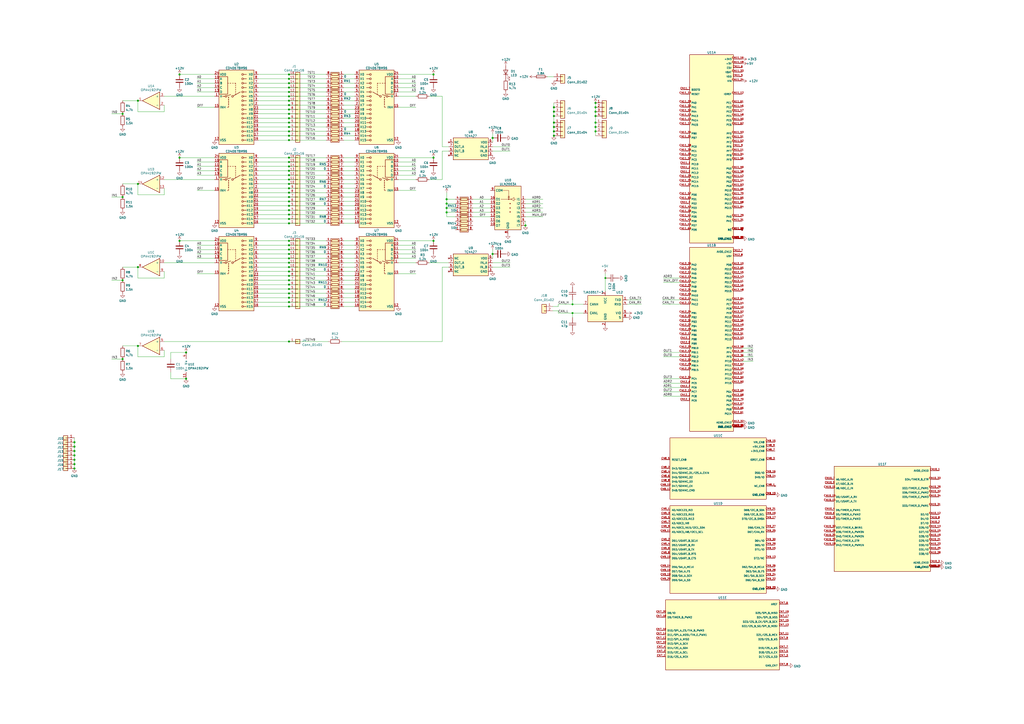
<source format=kicad_sch>
(kicad_sch (version 20211123) (generator eeschema)
  (paper "A2")
  (junction (at 167.64 93.98) (diameter 1.016))
  (junction (at 43.18 259.08) (diameter 1.016))
  (junction (at 167.64 104.14) (diameter 1.016))
  (junction (at 167.64 160.02) (diameter 1.016))
  (junction (at 167.64 99.06) (diameter 1.016))
  (junction (at 167.64 175.26) (diameter 1.016))
  (junction (at 104.14 91.44) (diameter 1.016))
  (junction (at 71.12 162.56) (diameter 1.016))
  (junction (at 321.31 76.2) (diameter 1.016))
  (junction (at 345.44 62.23) (diameter 1.016))
  (junction (at 167.64 76.2) (diameter 1.016))
  (junction (at 167.64 109.22) (diameter 1.016))
  (junction (at 345.44 76.2) (diameter 1.016))
  (junction (at 80.01 154.94) (diameter 1.016))
  (junction (at 167.64 149.86) (diameter 1.016))
  (junction (at 43.18 261.62) (diameter 1.016))
  (junction (at 345.44 73.66) (diameter 1.016))
  (junction (at 167.64 127) (diameter 1.016))
  (junction (at 167.64 129.54) (diameter 1.016))
  (junction (at 321.31 73.66) (diameter 1.016))
  (junction (at 285.75 80.01) (diameter 1.016))
  (junction (at 321.31 78.74) (diameter 1.016))
  (junction (at 259.08 118.11) (diameter 1.016))
  (junction (at 167.64 142.24) (diameter 1.016))
  (junction (at 167.64 198.12) (diameter 1.016))
  (junction (at 167.64 157.48) (diameter 1.016))
  (junction (at 167.64 60.96) (diameter 1.016))
  (junction (at 167.64 154.94) (diameter 1.016))
  (junction (at 167.64 121.92) (diameter 1.016))
  (junction (at 259.08 115.57) (diameter 1.016))
  (junction (at 71.12 114.3) (diameter 1.016))
  (junction (at 167.64 81.28) (diameter 1.016))
  (junction (at 332.105 176.53))
  (junction (at 80.01 106.68) (diameter 1.016))
  (junction (at 167.64 124.46) (diameter 1.016))
  (junction (at 104.14 43.18) (diameter 1.016))
  (junction (at 167.64 55.88) (diameter 1.016))
  (junction (at 167.64 147.32) (diameter 1.016))
  (junction (at 251.46 91.44) (diameter 1.016))
  (junction (at 43.18 269.24) (diameter 1.016))
  (junction (at 167.64 71.12) (diameter 1.016))
  (junction (at 167.64 91.44) (diameter 1.016))
  (junction (at 167.64 73.66) (diameter 1.016))
  (junction (at 107.95 219.71) (diameter 1.016))
  (junction (at 304.8 130.81) (diameter 1.016))
  (junction (at 43.18 266.7) (diameter 1.016))
  (junction (at 167.64 114.3) (diameter 1.016))
  (junction (at 251.46 139.7) (diameter 1.016))
  (junction (at 167.64 177.8) (diameter 1.016))
  (junction (at 43.18 271.78) (diameter 1.016))
  (junction (at 345.44 59.69) (diameter 1.016))
  (junction (at 71.12 208.28) (diameter 1.016))
  (junction (at 321.31 71.12) (diameter 1.016))
  (junction (at 167.64 63.5) (diameter 1.016))
  (junction (at 167.64 50.8) (diameter 1.016))
  (junction (at 167.64 45.72) (diameter 1.016))
  (junction (at 345.44 64.77) (diameter 1.016))
  (junction (at 321.31 62.23) (diameter 1.016))
  (junction (at 167.64 119.38) (diameter 1.016))
  (junction (at 167.64 101.6) (diameter 1.016))
  (junction (at 321.31 64.77) (diameter 1.016))
  (junction (at 285.75 147.32) (diameter 1.016))
  (junction (at 107.95 204.47) (diameter 1.016))
  (junction (at 167.64 53.34) (diameter 1.016))
  (junction (at 167.64 111.76) (diameter 1.016))
  (junction (at 259.08 120.65) (diameter 1.016))
  (junction (at 167.64 58.42) (diameter 1.016))
  (junction (at 345.44 71.12) (diameter 1.016))
  (junction (at 167.64 96.52) (diameter 1.016))
  (junction (at 167.64 167.64) (diameter 1.016))
  (junction (at 345.44 67.31) (diameter 1.016))
  (junction (at 167.64 152.4) (diameter 1.016))
  (junction (at 43.18 256.54) (diameter 1.016))
  (junction (at 167.64 116.84) (diameter 1.016))
  (junction (at 167.64 106.68) (diameter 1.016))
  (junction (at 71.12 66.04) (diameter 1.016))
  (junction (at 251.46 43.18) (diameter 1.016))
  (junction (at 80.01 58.42) (diameter 1.016))
  (junction (at 321.31 67.31) (diameter 1.016))
  (junction (at 80.01 200.66) (diameter 1.016))
  (junction (at 167.64 68.58) (diameter 1.016))
  (junction (at 167.64 66.04) (diameter 1.016))
  (junction (at 167.64 43.18) (diameter 1.016))
  (junction (at 332.105 181.61))
  (junction (at 259.08 123.19) (diameter 1.016))
  (junction (at 351.155 161.29))
  (junction (at 43.18 264.16) (diameter 1.016))
  (junction (at 167.64 139.7) (diameter 1.016))
  (junction (at 167.64 78.74) (diameter 1.016))
  (junction (at 167.64 165.1) (diameter 1.016))
  (junction (at 167.64 172.72) (diameter 1.016))
  (junction (at 167.64 170.18) (diameter 1.016))
  (junction (at 167.64 162.56) (diameter 1.016))
  (junction (at 167.64 48.26) (diameter 1.016))
  (junction (at 167.64 144.78) (diameter 1.016))
  (junction (at 104.14 139.7) (diameter 1.016))
  (wire (pts (xy 149.86 50.8) (xy 167.64 50.8)))
  (wire (pts (xy 167.64 50.8) (xy 189.23 50.8)))
  (wire (pts (xy 199.39 50.8) (xy 205.74 50.8)))
  (wire (pts (xy 149.86 114.3) (xy 167.64 114.3)))
  (wire (pts (xy 167.64 114.3) (xy 189.23 114.3)))
  (wire (pts (xy 199.39 114.3) (xy 205.74 114.3)))
  (wire (pts (xy 99.06 204.47) (xy 107.95 204.47)))
  (wire (pts (xy 99.06 208.28) (xy 99.06 204.47)))
  (wire (pts (xy 256.54 87.63) (xy 256.54 104.14)))
  (wire (pts (xy 256.54 104.14) (xy 248.92 104.14)))
  (wire (pts (xy 260.35 87.63) (xy 256.54 87.63)))
  (wire (pts (xy 285.75 85.09) (xy 295.91 85.09)))
  (wire (pts (xy 124.46 48.26) (xy 114.3 48.26)))
  (wire (pts (xy 285.75 152.4) (xy 295.91 152.4)))
  (wire (pts (xy 231.14 99.06) (xy 241.3 99.06)))
  (wire (pts (xy 149.86 147.32) (xy 167.64 147.32)))
  (wire (pts (xy 167.64 147.32) (xy 189.23 147.32)))
  (wire (pts (xy 199.39 147.32) (xy 205.74 147.32)))
  (wire (pts (xy 231.14 96.52) (xy 241.3 96.52)))
  (wire (pts (xy 314.96 125.73) (xy 304.8 125.73)))
  (wire (pts (xy 124.46 144.78) (xy 114.3 144.78)))
  (wire (pts (xy 363.855 176.53) (xy 372.11 176.53)))
  (wire (pts (xy 332.105 176.53) (xy 338.455 176.53)))
  (wire (pts (xy 231.14 147.32) (xy 241.3 147.32)))
  (wire (pts (xy 149.86 106.68) (xy 167.64 106.68)))
  (wire (pts (xy 167.64 106.68) (xy 189.23 106.68)))
  (wire (pts (xy 199.39 106.68) (xy 205.74 106.68)))
  (wire (pts (xy 332.105 173.99) (xy 332.105 176.53)))
  (wire (pts (xy 231.14 158.75) (xy 241.3 158.75)))
  (wire (pts (xy 198.12 198.12) (xy 256.54 198.12)))
  (wire (pts (xy 256.54 154.94) (xy 260.35 154.94)))
  (wire (pts (xy 256.54 198.12) (xy 256.54 154.94)))
  (wire (pts (xy 285.75 87.63) (xy 295.91 87.63)))
  (wire (pts (xy 149.86 129.54) (xy 167.64 129.54)))
  (wire (pts (xy 167.64 129.54) (xy 189.23 129.54)))
  (wire (pts (xy 199.39 129.54) (xy 205.74 129.54)))
  (wire (pts (xy 149.86 124.46) (xy 167.64 124.46)))
  (wire (pts (xy 167.64 124.46) (xy 189.23 124.46)))
  (wire (pts (xy 199.39 124.46) (xy 205.74 124.46)))
  (wire (pts (xy 64.77 208.28) (xy 71.12 208.28)))
  (wire (pts (xy 231.14 50.8) (xy 241.3 50.8)))
  (wire (pts (xy 231.14 152.4) (xy 241.3 152.4)))
  (wire (pts (xy 284.48 123.19) (xy 274.32 123.19)))
  (wire (pts (xy 251.46 91.44) (xy 231.14 91.44)))
  (wire (pts (xy 317.5 44.45) (xy 321.31 44.45)))
  (wire (pts (xy 332.105 181.61) (xy 332.105 184.15)))
  (wire (pts (xy 124.46 149.86) (xy 114.3 149.86)))
  (wire (pts (xy 149.86 152.4) (xy 167.64 152.4)))
  (wire (pts (xy 167.64 152.4) (xy 189.23 152.4)))
  (wire (pts (xy 199.39 152.4) (xy 205.74 152.4)))
  (wire (pts (xy 149.86 167.64) (xy 167.64 167.64)))
  (wire (pts (xy 167.64 167.64) (xy 189.23 167.64)))
  (wire (pts (xy 199.39 167.64) (xy 205.74 167.64)))
  (wire (pts (xy 149.86 177.8) (xy 167.64 177.8)))
  (wire (pts (xy 167.64 177.8) (xy 189.23 177.8)))
  (wire (pts (xy 199.39 177.8) (xy 205.74 177.8)))
  (wire (pts (xy 321.31 59.69) (xy 321.31 62.23)))
  (wire (pts (xy 321.31 62.23) (xy 321.31 64.77)))
  (wire (pts (xy 321.31 64.77) (xy 321.31 67.31)))
  (wire (pts (xy 321.31 67.31) (xy 321.31 71.12)))
  (wire (pts (xy 321.31 71.12) (xy 321.31 73.66)))
  (wire (pts (xy 321.31 73.66) (xy 321.31 76.2)))
  (wire (pts (xy 321.31 76.2) (xy 321.31 78.74)))
  (wire (pts (xy 149.86 109.22) (xy 167.64 109.22)))
  (wire (pts (xy 167.64 109.22) (xy 189.23 109.22)))
  (wire (pts (xy 199.39 109.22) (xy 205.74 109.22)))
  (wire (pts (xy 372.11 173.99) (xy 363.855 173.99)))
  (wire (pts (xy 394.97 219.71) (xy 384.81 219.71)))
  (wire (pts (xy 320.675 177.8) (xy 323.85 177.8)))
  (wire (pts (xy 149.86 55.88) (xy 167.64 55.88)))
  (wire (pts (xy 167.64 55.88) (xy 189.23 55.88)))
  (wire (pts (xy 199.39 55.88) (xy 205.74 55.88)))
  (wire (pts (xy 384.175 173.99) (xy 394.97 173.99)))
  (wire (pts (xy 43.18 254) (xy 43.18 256.54)))
  (wire (pts (xy 43.18 256.54) (xy 43.18 259.08)))
  (wire (pts (xy 43.18 259.08) (xy 43.18 261.62)))
  (wire (pts (xy 43.18 261.62) (xy 43.18 264.16)))
  (wire (pts (xy 43.18 264.16) (xy 43.18 266.7)))
  (wire (pts (xy 43.18 266.7) (xy 43.18 269.24)))
  (wire (pts (xy 43.18 269.24) (xy 43.18 271.78)))
  (wire (pts (xy 124.46 50.8) (xy 114.3 50.8)))
  (wire (pts (xy 149.86 43.18) (xy 167.64 43.18)))
  (wire (pts (xy 167.64 43.18) (xy 189.23 43.18)))
  (wire (pts (xy 199.39 43.18) (xy 205.74 43.18)))
  (wire (pts (xy 149.86 53.34) (xy 167.64 53.34)))
  (wire (pts (xy 167.64 53.34) (xy 189.23 53.34)))
  (wire (pts (xy 199.39 53.34) (xy 205.74 53.34)))
  (wire (pts (xy 104.14 91.44) (xy 124.46 91.44)))
  (wire (pts (xy 285.75 77.47) (xy 285.75 80.01)))
  (wire (pts (xy 285.75 80.01) (xy 285.75 82.55)))
  (wire (pts (xy 284.48 118.11) (xy 274.32 118.11)))
  (wire (pts (xy 149.86 63.5) (xy 167.64 63.5)))
  (wire (pts (xy 167.64 63.5) (xy 189.23 63.5)))
  (wire (pts (xy 199.39 63.5) (xy 205.74 63.5)))
  (wire (pts (xy 149.86 111.76) (xy 167.64 111.76)))
  (wire (pts (xy 167.64 111.76) (xy 189.23 111.76)))
  (wire (pts (xy 199.39 111.76) (xy 205.74 111.76)))
  (wire (pts (xy 149.86 58.42) (xy 167.64 58.42)))
  (wire (pts (xy 167.64 58.42) (xy 189.23 58.42)))
  (wire (pts (xy 199.39 58.42) (xy 205.74 58.42)))
  (wire (pts (xy 251.46 139.7) (xy 231.14 139.7)))
  (wire (pts (xy 394.97 222.25) (xy 384.81 222.25)))
  (wire (pts (xy 231.14 149.86) (xy 241.3 149.86)))
  (wire (pts (xy 124.46 158.75) (xy 114.3 158.75)))
  (wire (pts (xy 149.86 60.96) (xy 167.64 60.96)))
  (wire (pts (xy 167.64 60.96) (xy 189.23 60.96)))
  (wire (pts (xy 199.39 60.96) (xy 205.74 60.96)))
  (wire (pts (xy 256.54 55.88) (xy 248.92 55.88)))
  (wire (pts (xy 256.54 85.09) (xy 256.54 55.88)))
  (wire (pts (xy 260.35 85.09) (xy 256.54 85.09)))
  (wire (pts (xy 394.97 204.47) (xy 384.81 204.47)))
  (wire (pts (xy 394.97 229.87) (xy 384.81 229.87)))
  (wire (pts (xy 149.86 175.26) (xy 167.64 175.26)))
  (wire (pts (xy 167.64 175.26) (xy 189.23 175.26)))
  (wire (pts (xy 199.39 175.26) (xy 205.74 175.26)))
  (wire (pts (xy 394.97 224.79) (xy 384.81 224.79)))
  (wire (pts (xy 124.46 62.23) (xy 114.3 62.23)))
  (wire (pts (xy 284.48 120.65) (xy 274.32 120.65)))
  (wire (pts (xy 95.25 152.4) (xy 124.46 152.4)))
  (wire (pts (xy 149.86 121.92) (xy 167.64 121.92)))
  (wire (pts (xy 167.64 121.92) (xy 189.23 121.92)))
  (wire (pts (xy 199.39 121.92) (xy 205.74 121.92)))
  (wire (pts (xy 285.75 154.94) (xy 295.91 154.94)))
  (wire (pts (xy 231.14 53.34) (xy 241.3 53.34)))
  (wire (pts (xy 314.96 120.65) (xy 304.8 120.65)))
  (wire (pts (xy 384.175 176.53) (xy 394.97 176.53)))
  (wire (pts (xy 149.86 81.28) (xy 167.64 81.28)))
  (wire (pts (xy 167.64 81.28) (xy 189.23 81.28)))
  (wire (pts (xy 199.39 81.28) (xy 205.74 81.28)))
  (wire (pts (xy 231.14 110.49) (xy 241.3 110.49)))
  (wire (pts (xy 149.86 96.52) (xy 167.64 96.52)))
  (wire (pts (xy 167.64 96.52) (xy 189.23 96.52)))
  (wire (pts (xy 199.39 96.52) (xy 205.74 96.52)))
  (wire (pts (xy 149.86 78.74) (xy 167.64 78.74)))
  (wire (pts (xy 167.64 78.74) (xy 189.23 78.74)))
  (wire (pts (xy 199.39 78.74) (xy 205.74 78.74)))
  (wire (pts (xy 124.46 142.24) (xy 114.3 142.24)))
  (wire (pts (xy 149.86 116.84) (xy 167.64 116.84)))
  (wire (pts (xy 167.64 116.84) (xy 189.23 116.84)))
  (wire (pts (xy 199.39 116.84) (xy 205.74 116.84)))
  (wire (pts (xy 95.25 55.88) (xy 124.46 55.88)))
  (wire (pts (xy 80.01 154.94) (xy 80.01 161.29)))
  (wire (pts (xy 80.01 161.29) (xy 95.25 161.29)))
  (wire (pts (xy 95.25 157.48) (xy 95.25 161.29)))
  (wire (pts (xy 436.88 207.01) (xy 430.53 207.01)))
  (wire (pts (xy 394.97 163.83) (xy 384.81 163.83)))
  (wire (pts (xy 149.86 149.86) (xy 167.64 149.86)))
  (wire (pts (xy 167.64 149.86) (xy 189.23 149.86)))
  (wire (pts (xy 199.39 149.86) (xy 205.74 149.86)))
  (wire (pts (xy 149.86 73.66) (xy 167.64 73.66)))
  (wire (pts (xy 167.64 73.66) (xy 189.23 73.66)))
  (wire (pts (xy 199.39 73.66) (xy 205.74 73.66)))
  (wire (pts (xy 436.88 209.55) (xy 430.53 209.55)))
  (wire (pts (xy 231.14 48.26) (xy 241.3 48.26)))
  (wire (pts (xy 231.14 101.6) (xy 241.3 101.6)))
  (wire (pts (xy 124.46 45.72) (xy 114.3 45.72)))
  (wire (pts (xy 149.86 93.98) (xy 167.64 93.98)))
  (wire (pts (xy 167.64 93.98) (xy 189.23 93.98)))
  (wire (pts (xy 199.39 93.98) (xy 205.74 93.98)))
  (wire (pts (xy 231.14 144.78) (xy 241.3 144.78)))
  (wire (pts (xy 284.48 115.57) (xy 274.32 115.57)))
  (wire (pts (xy 231.14 62.23) (xy 241.3 62.23)))
  (wire (pts (xy 394.97 227.33) (xy 384.81 227.33)))
  (wire (pts (xy 124.46 53.34) (xy 114.3 53.34)))
  (wire (pts (xy 259.08 111.76) (xy 259.08 115.57)))
  (wire (pts (xy 259.08 115.57) (xy 259.08 118.11)))
  (wire (pts (xy 259.08 118.11) (xy 259.08 120.65)))
  (wire (pts (xy 259.08 120.65) (xy 259.08 123.19)))
  (wire (pts (xy 259.08 123.19) (xy 259.08 125.73)))
  (wire (pts (xy 149.86 91.44) (xy 167.64 91.44)))
  (wire (pts (xy 167.64 91.44) (xy 189.23 91.44)))
  (wire (pts (xy 199.39 91.44) (xy 205.74 91.44)))
  (wire (pts (xy 394.97 207.01) (xy 384.81 207.01)))
  (wire (pts (xy 323.85 180.34) (xy 323.85 181.61)))
  (wire (pts (xy 436.88 204.47) (xy 430.53 204.47)))
  (wire (pts (xy 149.86 154.94) (xy 167.64 154.94)))
  (wire (pts (xy 167.64 154.94) (xy 189.23 154.94)))
  (wire (pts (xy 199.39 154.94) (xy 205.74 154.94)))
  (wire (pts (xy 71.12 154.94) (xy 80.01 154.94)))
  (wire (pts (xy 124.46 96.52) (xy 114.3 96.52)))
  (wire (pts (xy 71.12 58.42) (xy 80.01 58.42)))
  (wire (pts (xy 351.155 158.75) (xy 351.155 161.29)))
  (wire (pts (xy 149.86 160.02) (xy 167.64 160.02)))
  (wire (pts (xy 167.64 160.02) (xy 189.23 160.02)))
  (wire (pts (xy 199.39 160.02) (xy 205.74 160.02)))
  (wire (pts (xy 259.08 125.73) (xy 264.16 125.73)))
  (wire (pts (xy 231.14 55.88) (xy 241.3 55.88)))
  (wire (pts (xy 149.86 71.12) (xy 167.64 71.12)))
  (wire (pts (xy 167.64 71.12) (xy 189.23 71.12)))
  (wire (pts (xy 199.39 71.12) (xy 205.74 71.12)))
  (wire (pts (xy 351.155 161.29) (xy 351.155 168.91)))
  (wire (pts (xy 104.14 139.7) (xy 124.46 139.7)))
  (wire (pts (xy 149.86 99.06) (xy 167.64 99.06)))
  (wire (pts (xy 167.64 99.06) (xy 189.23 99.06)))
  (wire (pts (xy 199.39 99.06) (xy 205.74 99.06)))
  (wire (pts (xy 323.85 181.61) (xy 332.105 181.61)))
  (wire (pts (xy 149.86 76.2) (xy 167.64 76.2)))
  (wire (pts (xy 167.64 76.2) (xy 189.23 76.2)))
  (wire (pts (xy 199.39 76.2) (xy 205.74 76.2)))
  (wire (pts (xy 314.96 118.11) (xy 304.8 118.11)))
  (wire (pts (xy 149.86 68.58) (xy 167.64 68.58)))
  (wire (pts (xy 167.64 68.58) (xy 189.23 68.58)))
  (wire (pts (xy 199.39 68.58) (xy 205.74 68.58)))
  (wire (pts (xy 149.86 104.14) (xy 167.64 104.14)))
  (wire (pts (xy 167.64 104.14) (xy 189.23 104.14)))
  (wire (pts (xy 199.39 104.14) (xy 205.74 104.14)))
  (wire (pts (xy 149.86 48.26) (xy 167.64 48.26)))
  (wire (pts (xy 167.64 48.26) (xy 189.23 48.26)))
  (wire (pts (xy 199.39 48.26) (xy 205.74 48.26)))
  (wire (pts (xy 124.46 147.32) (xy 114.3 147.32)))
  (wire (pts (xy 231.14 45.72) (xy 241.3 45.72)))
  (wire (pts (xy 149.86 45.72) (xy 167.64 45.72)))
  (wire (pts (xy 167.64 45.72) (xy 189.23 45.72)))
  (wire (pts (xy 199.39 45.72) (xy 205.74 45.72)))
  (wire (pts (xy 259.08 118.11) (xy 264.16 118.11)))
  (wire (pts (xy 323.85 177.8) (xy 323.85 176.53)))
  (wire (pts (xy 323.85 176.53) (xy 332.105 176.53)))
  (wire (pts (xy 149.86 165.1) (xy 167.64 165.1)))
  (wire (pts (xy 167.64 165.1) (xy 189.23 165.1)))
  (wire (pts (xy 199.39 165.1) (xy 205.74 165.1)))
  (wire (pts (xy 394.97 161.29) (xy 384.81 161.29)))
  (wire (pts (xy 149.86 119.38) (xy 167.64 119.38)))
  (wire (pts (xy 167.64 119.38) (xy 189.23 119.38)))
  (wire (pts (xy 199.39 119.38) (xy 205.74 119.38)))
  (wire (pts (xy 71.12 200.66) (xy 80.01 200.66)))
  (wire (pts (xy 99.06 215.9) (xy 99.06 219.71)))
  (wire (pts (xy 99.06 219.71) (xy 107.95 219.71)))
  (wire (pts (xy 284.48 125.73) (xy 274.32 125.73)))
  (wire (pts (xy 231.14 142.24) (xy 241.3 142.24)))
  (wire (pts (xy 248.92 152.4) (xy 260.35 152.4)))
  (wire (pts (xy 149.86 170.18) (xy 167.64 170.18)))
  (wire (pts (xy 167.64 170.18) (xy 189.23 170.18)))
  (wire (pts (xy 199.39 170.18) (xy 205.74 170.18)))
  (wire (pts (xy 436.88 201.93) (xy 430.53 201.93)))
  (wire (pts (xy 259.08 115.57) (xy 264.16 115.57)))
  (wire (pts (xy 124.46 101.6) (xy 114.3 101.6)))
  (wire (pts (xy 149.86 157.48) (xy 167.64 157.48)))
  (wire (pts (xy 167.64 157.48) (xy 189.23 157.48)))
  (wire (pts (xy 199.39 157.48) (xy 205.74 157.48)))
  (wire (pts (xy 332.105 181.61) (xy 338.455 181.61)))
  (wire (pts (xy 167.64 198.12) (xy 95.25 198.12)))
  (wire (pts (xy 190.5 198.12) (xy 167.64 198.12)))
  (wire (pts (xy 95.25 104.14) (xy 124.46 104.14)))
  (wire (pts (xy 80.01 200.66) (xy 80.01 207.01)))
  (wire (pts (xy 80.01 207.01) (xy 95.25 207.01)))
  (wire (pts (xy 95.25 203.2) (xy 95.25 207.01)))
  (wire (pts (xy 259.08 123.19) (xy 264.16 123.19)))
  (wire (pts (xy 320.675 180.34) (xy 323.85 180.34)))
  (wire (pts (xy 149.86 142.24) (xy 167.64 142.24)))
  (wire (pts (xy 167.64 142.24) (xy 189.23 142.24)))
  (wire (pts (xy 199.39 142.24) (xy 205.74 142.24)))
  (wire (pts (xy 314.96 115.57) (xy 304.8 115.57)))
  (wire (pts (xy 71.12 106.68) (xy 80.01 106.68)))
  (wire (pts (xy 314.96 123.19) (xy 304.8 123.19)))
  (wire (pts (xy 251.46 43.18) (xy 231.14 43.18)))
  (wire (pts (xy 304.8 128.27) (xy 304.8 130.81)))
  (wire (pts (xy 80.01 58.42) (xy 80.01 64.77)))
  (wire (pts (xy 80.01 64.77) (xy 95.25 64.77)))
  (wire (pts (xy 95.25 64.77) (xy 95.25 60.96)))
  (wire (pts (xy 64.77 66.04) (xy 71.12 66.04)))
  (wire (pts (xy 64.77 114.3) (xy 71.12 114.3)))
  (wire (pts (xy 149.86 144.78) (xy 167.64 144.78)))
  (wire (pts (xy 167.64 144.78) (xy 189.23 144.78)))
  (wire (pts (xy 199.39 144.78) (xy 205.74 144.78)))
  (wire (pts (xy 149.86 66.04) (xy 167.64 66.04)))
  (wire (pts (xy 167.64 66.04) (xy 189.23 66.04)))
  (wire (pts (xy 199.39 66.04) (xy 205.74 66.04)))
  (wire (pts (xy 149.86 139.7) (xy 167.64 139.7)))
  (wire (pts (xy 167.64 139.7) (xy 189.23 139.7)))
  (wire (pts (xy 199.39 139.7) (xy 205.74 139.7)))
  (wire (pts (xy 149.86 101.6) (xy 167.64 101.6)))
  (wire (pts (xy 167.64 101.6) (xy 189.23 101.6)))
  (wire (pts (xy 199.39 101.6) (xy 205.74 101.6)))
  (wire (pts (xy 259.08 120.65) (xy 264.16 120.65)))
  (wire (pts (xy 149.86 162.56) (xy 167.64 162.56)))
  (wire (pts (xy 167.64 162.56) (xy 189.23 162.56)))
  (wire (pts (xy 199.39 162.56) (xy 205.74 162.56)))
  (wire (pts (xy 124.46 93.98) (xy 114.3 93.98)))
  (wire (pts (xy 149.86 172.72) (xy 167.64 172.72)))
  (wire (pts (xy 167.64 172.72) (xy 189.23 172.72)))
  (wire (pts (xy 199.39 172.72) (xy 205.74 172.72)))
  (wire (pts (xy 149.86 127) (xy 167.64 127)))
  (wire (pts (xy 167.64 127) (xy 189.23 127)))
  (wire (pts (xy 199.39 127) (xy 205.74 127)))
  (wire (pts (xy 345.44 59.69) (xy 345.44 62.23)))
  (wire (pts (xy 345.44 62.23) (xy 345.44 64.77)))
  (wire (pts (xy 345.44 64.77) (xy 345.44 67.31)))
  (wire (pts (xy 345.44 67.31) (xy 345.44 71.12)))
  (wire (pts (xy 345.44 71.12) (xy 345.44 73.66)))
  (wire (pts (xy 345.44 73.66) (xy 345.44 76.2)))
  (wire (pts (xy 345.44 76.2) (xy 345.44 78.74)))
  (wire (pts (xy 124.46 110.49) (xy 114.3 110.49)))
  (wire (pts (xy 124.46 99.06) (xy 114.3 99.06)))
  (wire (pts (xy 285.75 144.78) (xy 285.75 147.32)))
  (wire (pts (xy 285.75 147.32) (xy 285.75 149.86)))
  (wire (pts (xy 80.01 106.68) (xy 80.01 113.03)))
  (wire (pts (xy 80.01 113.03) (xy 95.25 113.03)))
  (wire (pts (xy 95.25 109.22) (xy 95.25 113.03)))
  (wire (pts (xy 231.14 104.14) (xy 241.3 104.14)))
  (wire (pts (xy 231.14 93.98) (xy 241.3 93.98)))
  (wire (pts (xy 104.14 43.18) (xy 124.46 43.18)))
  (wire (pts (xy 64.77 162.56) (xy 71.12 162.56)))
  (label "TST10" (at 182.88 66.04 180))
  (label "A1" (at 278.13 118.11 0))
  (label "TST38" (at 182.88 152.4 180))
  (label "TST46" (at 182.88 172.72 180))
  (label "TST29" (at 182.88 121.92 180))
  (label "TST21" (at 182.88 101.6 180))
  (label "TST18" (at 182.88 93.98 180))
  (label "TST6" (at 182.88 55.88 180))
  (label "CAN_TX" (at 372.11 173.99 180))
  (label "A0" (at 241.3 45.72 180))
  (label "TST35" (at 182.88 144.78 180))
  (label "IN3" (at 64.77 208.28 0))
  (label "ADR0" (at 308.61 115.57 0))
  (label "OFF" (at 114.3 62.23 0))
  (label "OUT2" (at 384.81 227.33 0))
  (label "OUT0" (at 384.81 207.01 0))
  (label "IN3" (at 436.88 209.55 180))
  (label "A0" (at 278.13 115.57 0))
  (label "ADR3" (at 384.81 161.29 0))
  (label "TST12" (at 182.88 71.12 180))
  (label "CAN_RX" (at 372.11 176.53 180))
  (label "A1" (at 114.3 96.52 0))
  (label "IN0" (at 436.88 204.47 180))
  (label "TST33" (at 182.88 139.7 180))
  (label "IN2" (at 64.77 162.56 0))
  (label "ADR1" (at 384.81 224.79 0))
  (label "IN1" (at 436.88 207.01 180))
  (label "TST7" (at 182.88 58.42 180))
  (label "A2" (at 114.3 99.06 0))
  (label "A3" (at 241.3 101.6 180))
  (label "TST23" (at 182.88 106.68 180))
  (label "A0" (at 114.3 93.98 0))
  (label "OUT2" (at 295.91 152.4 180))
  (label "A3" (at 114.3 53.34 0))
  (label "OFF" (at 241.3 110.49 180))
  (label "TST1" (at 182.88 43.18 180))
  (label "TST2" (at 182.88 45.72 180))
  (label "OFF" (at 114.3 158.75 0))
  (label "TST25" (at 182.88 111.76 180))
  (label "TST27" (at 182.88 116.84 180))
  (label "TST11" (at 182.88 68.58 180))
  (label "CAN_H" (at 323.85 176.53 0))
  (label "TST14" (at 182.88 76.2 180))
  (label "TST28" (at 182.88 119.38 180))
  (label "A3" (at 278.13 123.19 0))
  (label "A1" (at 241.3 96.52 180))
  (label "OUT1" (at 295.91 87.63 180))
  (label "TST26" (at 182.88 114.3 180))
  (label "CAN_RX" (at 384.175 173.99 0))
  (label "TST41" (at 182.88 160.02 180))
  (label "ADR0" (at 384.81 229.87 0))
  (label "A2" (at 241.3 99.06 180))
  (label "IN2" (at 436.88 201.93 180))
  (label "TST42" (at 182.88 162.56 180))
  (label "TST16" (at 182.88 81.28 180))
  (label "A2" (at 278.13 120.65 0))
  (label "OFF" (at 114.3 110.49 0))
  (label "TST30" (at 182.88 124.46 180))
  (label "ADR1" (at 308.61 118.11 0))
  (label "A3" (at 114.3 101.6 0))
  (label "TST31" (at 182.88 127 180))
  (label "TST9" (at 182.88 63.5 180))
  (label "TST48" (at 182.88 177.8 180))
  (label "A0" (at 241.3 142.24 180))
  (label "A2" (at 241.3 147.32 180))
  (label "A3" (at 241.3 149.86 180))
  (label "TST34" (at 182.88 142.24 180))
  (label "ADR2" (at 384.81 222.25 0))
  (label "TST24" (at 182.88 109.22 180))
  (label "ADR2" (at 308.61 120.65 0))
  (label "TST5" (at 182.88 53.34 180))
  (label "CAN_TX" (at 384.175 176.53 0))
  (label "TST13" (at 182.88 73.66 180))
  (label "A2" (at 114.3 147.32 0))
  (label "TST44" (at 182.88 167.64 180))
  (label "TST22" (at 182.88 104.14 180))
  (label "OFF" (at 241.3 62.23 180))
  (label "ADR3" (at 308.61 123.19 0))
  (label "TST40" (at 182.88 157.48 180))
  (label "TST20" (at 182.88 99.06 180))
  (label "A3" (at 114.3 149.86 0))
  (label "A1" (at 241.3 144.78 180))
  (label "A2" (at 241.3 50.8 180))
  (label "OFF" (at 241.3 158.75 180))
  (label "TST17" (at 182.88 91.44 180))
  (label "OUT3" (at 295.91 154.94 180))
  (label "A1" (at 114.3 48.26 0))
  (label "A0" (at 114.3 45.72 0))
  (label "A3" (at 241.3 53.34 180))
  (label "TST32" (at 182.88 129.54 180))
  (label "TST45" (at 182.88 170.18 180))
  (label "TST49" (at 182.88 198.12 180))
  (label "TST36" (at 182.88 147.32 180))
  (label "OFF" (at 278.13 125.73 0))
  (label "CAN_L" (at 323.85 181.61 0))
  (label "A0" (at 241.3 93.98 180))
  (label "TST15" (at 182.88 78.74 180))
  (label "A1" (at 114.3 144.78 0))
  (label "TST3" (at 182.88 48.26 180))
  (label "IN1" (at 64.77 114.3 0))
  (label "OUT1" (at 384.81 204.47 0))
  (label "MUX_OFF" (at 308.61 125.73 0))
  (label "TST43" (at 182.88 165.1 180))
  (label "TST4" (at 182.88 50.8 180))
  (label "MUX_OFF" (at 384.81 163.83 0))
  (label "A2" (at 114.3 50.8 0))
  (label "TST47" (at 182.88 175.26 180))
  (label "OUT3" (at 384.81 219.71 0))
  (label "TST39" (at 182.88 154.94 180))
  (label "TST8" (at 182.88 60.96 180))
  (label "OUT0" (at 295.91 85.09 180))
  (label "TST37" (at 182.88 149.86 180))
  (label "A1" (at 241.3 48.26 180))
  (label "A0" (at 114.3 142.24 0))
  (label "TST19" (at 182.88 96.52 180))
  (label "IN0" (at 64.77 66.04 0))
  (symbol (lib_id "power:GND") (at 107.95 219.71 0) (mirror y) (unit 1)
    (property "Reference" "#PWR0109" (effects hide))
    (property "Value" "GND" (at 107.95 224.0344 0))
  )
  (symbol (lib_id "Connector_Generic:Conn_01x04") (at 350.52 62.23 0) (unit 1)
    (property "Reference" "J8" (at 353.06 62.8649 0) (effects (justify left)))
    (property "Value" "Conn_01x04" (at 353.06 65.4049 0) (effects (justify left)))
    (property "Footprint" "TerminalBlock_Phoenix:TerminalBlock_Phoenix_MKDS-1,5-4-5.08_1x04_P5.08mm_Horizontal" (effects hide))
  )
  (symbol (lib_id "Device:R") (at 293.37 49.53 180) (unit 1)
    (property "Reference" "R13" (at 295.1481 48.7691 0) (effects (justify right)))
    (property "Value" "4.7k" (at 295.1481 51.0678 0) (effects (justify right)))
    (property "Footprint" "Resistor_SMD:R_0603_1608Metric" (effects hide))
    (property "LCSC" "C23162" (effects hide))
  )
  (symbol (lib_id "power:GND") (at 351.155 189.23 0) (mirror y) (unit 1)
    (property "Reference" "#PWR016" (effects hide))
    (property "Value" "GND" (effects hide))
  )
  (symbol (lib_id "Transistor_Array:ULN2003A") (at 294.64 120.65 0) (mirror y) (unit 1)
    (property "Reference" "U10" (at 294.64 104.5168 0))
    (property "Value" "ULN2003A" (at 294.64 106.8155 0))
    (property "Footprint" "Package_SO:SOIC-16_3.9x9.9mm_P1.27mm" (effects hide))
    (property "Datasheet" "http://www.ti.com/lit/ds/symlink/uln2003a.pdf" (effects hide))
    (property "LCSC" "C7512" (effects hide))
  )
  (symbol (lib_id "NUCLEO-F429ZI:NUCLEO-F429ZI") (at 483.87 270.51 0) (unit 6)
    (property "Reference" "U11" (at 511.81 269.24 0))
    (property "Value" "NUCLEO-F429ZI" (effects hide))
    (property "Footprint" "lib:MODULE_NUCLEO-F429ZI" (effects hide))
  )
  (symbol (lib_id "power:GND") (at 231.14 129.54 0) (unit 1)
    (property "Reference" "#PWR08" (effects hide))
    (property "Value" "GND" (at 231.14 133.8644 0))
  )
  (symbol (lib_id "Connector_Generic:Conn_01x01") (at 38.1 261.62 180) (unit 1)
    (property "Reference" "J13" (at 35.052 261.9968 0))
    (property "Value" "Conn_01x01" (effects hide))
    (property "Footprint" "MountingHole:MountingHole_3.2mm_M3_Pad_Via" (effects hide))
  )
  (symbol (lib_id "power:+12V") (at 345.44 59.69 0) (unit 1)
    (property "Reference" "#PWR010" (effects hide))
    (property "Value" "+12V" (at 345.44 56.1426 0))
  )
  (symbol (lib_id "Device:C") (at 104.14 143.51 180) (unit 1)
    (property "Reference" "C4" (at 107.0611 142.7491 0) (effects (justify right)))
    (property "Value" "100n" (at 107.0611 145.0478 0) (effects (justify right)))
    (property "Footprint" "Capacitor_SMD:C_0603_1608Metric" (effects hide))
    (property "LCSC" "C14663" (effects hide))
  )
  (symbol (lib_id "Device:R_Pack04") (at 194.31 93.98 270) (mirror x) (unit 1)
    (property "Reference" "RN5" (at 187.2197 95.2532 90))
    (property "Value" "0" (at 188.4258 97.8709 90))
    (property "Footprint" "Resistor_SMD:R_Array_Convex_4x0603" (effects hide))
    (property "LCSC" "C327053" (effects hide))
  )
  (symbol (lib_id "power:+12V") (at 293.37 38.1 0) (unit 1)
    (property "Reference" "#PWR0135" (effects hide))
    (property "Value" "+12V" (at 293.37 34.5526 0))
  )
  (symbol (lib_id "power:+12V") (at 104.14 139.7 0) (mirror y) (unit 1)
    (property "Reference" "#PWR0103" (effects hide))
    (property "Value" "+12V" (at 104.14 136.1526 0))
  )
  (symbol (lib_id "power:GND") (at 332.105 166.37 0) (mirror x) (unit 1)
    (property "Reference" "#PWR012" (effects hide))
    (property "Value" "GND" (effects hide))
  )
  (symbol (lib_id "power:+12V") (at 104.14 91.44 0) (mirror y) (unit 1)
    (property "Reference" "#PWR0106" (effects hide))
    (property "Value" "+12V" (at 104.14 87.8926 0))
  )
  (symbol (lib_id "power:+3.3V") (at 430.53 34.29 270) (mirror x) (unit 1)
    (property "Reference" "#PWR?" (effects hide))
    (property "Value" "+3.3V" (at 436.245 34.29 90))
  )
  (symbol (lib_id "Connector_Generic:Conn_01x02") (at 315.595 177.8 0) (mirror y) (unit 1)
    (property "Reference" "J18" (at 315.595 171.45 0))
    (property "Value" "Conn_01x02" (at 315.595 173.99 0))
    (property "Footprint" "TerminalBlock_Phoenix:TerminalBlock_Phoenix_MKDS-1,5-2-5.08_1x02_P5.08mm_Horizontal" (effects hide))
  )
  (symbol (lib_id "NUCLEO-F429ZI:NUCLEO-F429ZI") (at 388.62 254 0) (unit 3)
    (property "Reference" "U11" (at 416.56 252.73 0))
    (property "Value" "NUCLEO-F429ZI" (effects hide))
    (property "Footprint" "lib:MODULE_NUCLEO-F429ZI" (effects hide))
  )
  (symbol (lib_id "Device:R") (at 245.11 104.14 90) (unit 1)
    (property "Reference" "R2" (at 245.11 99.6908 90))
    (property "Value" "1.2k" (at 245.11 101.9895 90))
    (property "Footprint" "Resistor_SMD:R_1206_3216Metric" (effects hide))
    (property "LCSC" "C26035" (effects hide))
  )
  (symbol (lib_id "Device:R") (at 71.12 204.47 180) (unit 1)
    (property "Reference" "R6" (at 72.8981 203.7091 0) (effects (justify right)))
    (property "Value" "4.7k" (at 72.8981 206.0078 0) (effects (justify right)))
    (property "Footprint" "Resistor_SMD:R_0603_1608Metric" (effects hide))
    (property "LCSC" "C23162" (effects hide))
  )
  (symbol (lib_id "Connector_Generic:Conn_01x01") (at 38.1 271.78 180) (unit 1)
    (property "Reference" "J17" (at 35.052 272.1568 0))
    (property "Value" "Conn_01x01" (effects hide))
    (property "Footprint" "MountingHole:MountingHole_3.2mm_M3_Pad_Via" (effects hide))
  )
  (symbol (lib_id "power:GND") (at 124.46 177.8 0) (mirror y) (unit 1)
    (property "Reference" "#PWR06" (effects hide))
    (property "Value" "GND" (at 124.46 182.1244 0))
  )
  (symbol (lib_id "Device:R_Pack04") (at 269.24 118.11 270) (mirror x) (unit 1)
    (property "Reference" "RN13" (at 262.1497 119.3832 90))
    (property "Value" "10k" (at 263.3558 122.0009 90))
    (property "Footprint" "Resistor_SMD:R_Array_Convex_4x0603" (effects hide))
    (property "LCSC" "C29718" (effects hide))
  )
  (symbol (lib_id "Device:R") (at 71.12 158.75 180) (unit 1)
    (property "Reference" "R8" (at 72.8981 157.9891 0) (effects (justify right)))
    (property "Value" "4.7k" (at 72.8981 160.2878 0) (effects (justify right)))
    (property "Footprint" "Resistor_SMD:R_0603_1608Metric" (effects hide))
    (property "LCSC" "C23162" (effects hide))
  )
  (symbol (lib_id "hellen-one-common:Cap") (at 332.105 187.96 270) (mirror x) (unit 1)
    (property "Reference" "C11" (at 329.3109 186.8106 90) (effects (justify right)))
    (property "Value" "47p" (at 329.3109 189.1093 90) (effects (justify right)))
    (property "Footprint" "hellen-one-common:C0603" (effects hide))
    (property "LCSC" "C1671" (effects hide))
  )
  (symbol (lib_id "power:GND") (at 430.53 245.11 90) (unit 1)
    (property "Reference" "#PWR0116" (effects hide))
    (property "Value" "GND" (at 433.7051 245.4985 90) (effects (justify right)))
  )
  (symbol (lib_id "Device:Fuse") (at 313.69 44.45 90) (unit 1)
    (property "Reference" "F1" (at 313.69 40.2548 90))
    (property "Value" "1.8A" (at 313.69 42.5535 90))
    (property "Footprint" "Fuse:Fuse_1206_3216Metric" (effects hide))
    (property "LCSC" "C369161" (effects hide))
  )
  (symbol (lib_id "Connector_Generic:Conn_01x16") (at 172.72 63.5 0) (mirror x) (unit 1)
    (property "Reference" "J1" (at 170.688 38.4768 0))
    (property "Value" "Conn_01x16" (at 170.688 40.7755 0))
    (property "Footprint" "TerminalBlock_Phoenix:TerminalBlock_Phoenix_MKDS-1,5-16-5.08_1x16_P5.08mm_Horizontal" (effects hide))
  )
  (symbol (lib_id "power:GND") (at 251.46 147.32 0) (mirror y) (unit 1)
    (property "Reference" "#PWR0114" (effects hide))
    (property "Value" "GND" (at 251.46 151.6444 0))
  )
  (symbol (lib_id "Device:R") (at 245.11 152.4 90) (unit 1)
    (property "Reference" "R3" (at 245.11 147.9508 90))
    (property "Value" "1.2k" (at 245.11 150.2495 90))
    (property "Footprint" "Resistor_SMD:R_1206_3216Metric" (effects hide))
    (property "LCSC" "C26035" (effects hide))
  )
  (symbol (lib_id "Device:R") (at 194.31 198.12 90) (unit 1)
    (property "Reference" "R12" (at 194.31 193.6708 90))
    (property "Value" "1.2k" (at 194.31 195.9695 90))
    (property "Footprint" "Resistor_SMD:R_1206_3216Metric" (effects hide))
    (property "LCSC" "C26035" (effects hide))
  )
  (symbol (lib_id "power:+12V") (at 251.46 139.7 0) (unit 1)
    (property "Reference" "#PWR0122" (effects hide))
    (property "Value" "+12V" (at 251.46 136.1526 0))
  )
  (symbol (lib_id "power:GND") (at 231.14 81.28 0) (unit 1)
    (property "Reference" "#PWR07" (effects hide))
    (property "Value" "GND" (at 231.14 85.6044 0))
  )
  (symbol (lib_id "power:+12V") (at 104.14 43.18 0) (mirror y) (unit 1)
    (property "Reference" "#PWR0107" (effects hide))
    (property "Value" "+12V" (at 104.14 39.6326 0))
  )
  (symbol (lib_id "Connector_Generic:Conn_01x16") (at 172.72 111.76 0) (mirror x) (unit 1)
    (property "Reference" "J2" (at 170.688 86.7368 0))
    (property "Value" "Conn_01x16" (at 170.688 89.0355 0))
    (property "Footprint" "TerminalBlock_Phoenix:TerminalBlock_Phoenix_MKDS-1,5-16-5.08_1x16_P5.08mm_Horizontal" (effects hide))
  )
  (symbol (lib_id "power:+5V") (at 351.155 158.75 0) (mirror y) (unit 1)
    (property "Reference" "#PWR015" (effects hide))
    (property "Value" "+5V" (at 350.774 154.3558 0))
  )
  (symbol (lib_id "Device:C") (at 289.56 80.01 90) (unit 1)
    (property "Reference" "C8" (at 289.56 74.4178 90))
    (property "Value" "100n" (at 289.56 76.7165 90))
    (property "Footprint" "Capacitor_SMD:C_0603_1608Metric" (effects hide))
    (property "LCSC" "C14663" (effects hide))
  )
  (symbol (lib_id "NUCLEO-F429ZI:NUCLEO-F429ZI") (at 388.62 293.37 0) (unit 4)
    (property "Reference" "U11" (at 416.56 292.1 0))
    (property "Value" "NUCLEO-F429ZI" (effects hide))
    (property "Footprint" "lib:MODULE_NUCLEO-F429ZI" (effects hide))
  )
  (symbol (lib_id "power:GND") (at 449.58 287.02 90) (unit 1)
    (property "Reference" "#PWR0117" (effects hide))
    (property "Value" "GND" (at 452.7551 287.4085 90) (effects (justify right)))
  )
  (symbol (lib_id "stim_lib:CD4067BM96") (at 137.16 165.1 0) (unit 1)
    (property "Reference" "U4" (at 137.16 133.7268 0))
    (property "Value" "CD4067BM96" (at 137.16 136.0255 0))
    (property "Footprint" "Package_SO:SOIC-24W_7.5x15.4mm_P1.27mm" (effects hide))
    (property "Datasheet" "http://www.ti.com/lit/ds/symlink/cd4097b.pdf" (effects hide))
    (property "LCSC" "C6525" (effects hide))
  )
  (symbol (lib_id "Device:R_Pack04") (at 194.31 114.3 270) (mirror x) (unit 1)
    (property "Reference" "RN7" (at 187.2197 115.5732 90))
    (property "Value" "0" (at 188.4258 118.1909 90))
    (property "Footprint" "Resistor_SMD:R_Array_Convex_4x0603" (effects hide))
    (property "LCSC" "C327053" (effects hide))
  )
  (symbol (lib_id "Device:R_Pack04") (at 194.31 152.4 270) (mirror x) (unit 1)
    (property "Reference" "RN10" (at 187.2197 153.6732 90))
    (property "Value" "0" (at 188.4258 156.2909 90))
    (property "Footprint" "Resistor_SMD:R_Array_Convex_4x0603" (effects hide))
    (property "LCSC" "C327053" (effects hide))
  )
  (symbol (lib_id "power:+12V") (at 251.46 43.18 0) (unit 1)
    (property "Reference" "#PWR0132" (effects hide))
    (property "Value" "+12V" (at 251.46 39.6326 0))
  )
  (symbol (lib_id "Amplifier_Operational:OPA4197xPW") (at 110.49 212.09 0) (unit 5)
    (property "Reference" "U1" (at 108.9661 211.3291 0) (effects (justify left)))
    (property "Value" "OPA4192IPW" (at 108.9661 213.6278 0) (effects (justify left)))
    (property "Footprint" "Package_SO:TSSOP-14_4.4x5mm_P0.65mm" (effects hide))
    (property "Datasheet" "http://www.ti.com/lit/ds/symlink/opa4192.pdf" (effects hide))
  )
  (symbol (lib_id "power:GND") (at 43.18 271.78 0) (unit 1)
    (property "Reference" "#PWR013" (effects hide))
    (property "Value" "GND" (at 43.18 276.1044 0))
  )
  (symbol (lib_id "Connector_Generic:Conn_01x01") (at 38.1 266.7 180) (unit 1)
    (property "Reference" "J15" (at 35.052 267.0768 0))
    (property "Value" "Conn_01x01" (effects hide))
    (property "Footprint" "MountingHole:MountingHole_3.2mm_M3_Pad_Via" (effects hide))
  )
  (symbol (lib_id "Device:C") (at 251.46 46.99 0) (mirror x) (unit 1)
    (property "Reference" "C5" (at 248.5389 46.2291 0) (effects (justify right)))
    (property "Value" "100n" (at 248.5389 48.5278 0) (effects (justify right)))
    (property "Footprint" "Capacitor_SMD:C_0603_1608Metric" (effects hide))
    (property "LCSC" "C14663" (effects hide))
  )
  (symbol (lib_id "NUCLEO-F429ZI:NUCLEO-F429ZI") (at 386.08 347.98 0) (unit 5)
    (property "Reference" "U11" (at 419.1 346.71 0))
    (property "Value" "NUCLEO-F429ZI" (effects hide))
    (property "Footprint" "lib:MODULE_NUCLEO-F429ZI" (effects hide))
  )
  (symbol (lib_id "power:GND") (at 71.12 215.9 0) (unit 1)
    (property "Reference" "#PWR0102" (effects hide))
    (property "Value" "GND" (at 71.12 220.2244 0))
  )
  (symbol (lib_id "Device:C") (at 251.46 95.25 0) (mirror x) (unit 1)
    (property "Reference" "C6" (at 248.5389 94.4891 0) (effects (justify right)))
    (property "Value" "100n" (at 248.5389 96.7878 0) (effects (justify right)))
    (property "Footprint" "Capacitor_SMD:C_0603_1608Metric" (effects hide))
    (property "LCSC" "C14663" (effects hide))
  )
  (symbol (lib_id "power:GND") (at 358.775 161.29 90) (mirror x) (unit 1)
    (property "Reference" "#PWR017" (effects hide))
    (property "Value" "GND" (at 363.1692 161.417 0))
  )
  (symbol (lib_id "stim_lib:TC4427") (at 273.05 175.26 0) (mirror y) (unit 1)
    (property "Reference" "U9" (at 273.05 143.8868 0))
    (property "Value" "TC4427" (at 273.05 146.1855 0))
    (property "Footprint" "Package_SO:SOIC-8_3.9x4.9mm_P1.27mm" (effects hide))
    (property "Datasheet" "https://datasheet.lcsc.com/lcsc/1811150410_Microchip-Tech-TC4427AEOA713_C20551.pdf" (effects hide))
    (property "LCSC" "C20551" (effects hide))
  )
  (symbol (lib_id "power:+12V") (at 430.53 46.99 270) (unit 1)
    (property "Reference" "#PWR020" (effects hide))
    (property "Value" "+12V" (at 434.34 46.9899 90) (effects (justify left)))
  )
  (symbol (lib_id "power:GND") (at 294.64 135.89 0) (mirror y) (unit 1)
    (property "Reference" "#PWR0129" (effects hide))
    (property "Value" "GND" (at 294.64 140.2144 0))
  )
  (symbol (lib_id "Device:R_Pack04") (at 194.31 48.26 90) (mirror x) (unit 1)
    (property "Reference" "RN1" (at 201.4003 46.9868 90))
    (property "Value" "0" (at 200.1942 44.3691 90))
    (property "Footprint" "Resistor_SMD:R_Array_Convex_4x0603" (effects hide))
    (property "LCSC" "C327053" (effects hide))
  )
  (symbol (lib_id "hellen-one-common:Cap") (at 354.965 161.29 0) (mirror y) (unit 1)
    (property "Reference" "C12" (at 353.8156 164.0841 90) (effects (justify right)))
    (property "Value" "100n" (at 356.1143 164.0841 90) (effects (justify right)))
    (property "Footprint" "hellen-one-common:C0603" (effects hide))
    (property "LCSC" "C14663" (effects hide))
  )
  (symbol (lib_id "Interface_CAN_LIN:TJA1051T-3") (at 351.155 179.07 0) (mirror y) (unit 1)
    (property "Reference" "U12" (at 359.41 169.545 0))
    (property "Value" "TJA1051T-3" (at 344.17 169.545 0))
    (property "Footprint" "Package_SO:SOIC-8_3.9x4.9mm_P1.27mm" (effects hide))
    (property "Datasheet" "http://www.nxp.com/documents/data_sheet/TJA1051.pdf" (effects hide))
    (property "LCSC" "C38695" (effects hide))
  )
  (symbol (lib_id "stim_lib:CD4067BM96") (at 218.44 116.84 0) (mirror y) (unit 1)
    (property "Reference" "U6" (at 218.44 85.4668 0))
    (property "Value" "CD4067BM96" (at 218.44 87.7655 0))
    (property "Footprint" "Package_SO:SOIC-24W_7.5x15.4mm_P1.27mm" (effects hide))
    (property "Datasheet" "http://www.ti.com/lit/ds/symlink/cd4097b.pdf" (effects hide))
    (property "LCSC" "C6525" (effects hide))
  )
  (symbol (lib_id "Device:R_Pack04") (at 194.31 172.72 270) (mirror x) (unit 1)
    (property "Reference" "RN12" (at 187.2197 173.9932 90))
    (property "Value" "0" (at 188.4258 176.6109 90))
    (property "Footprint" "Resistor_SMD:R_Array_Convex_4x0603" (effects hide))
    (property "LCSC" "C327053" (effects hide))
  )
  (symbol (lib_id "power:GND") (at 285.75 157.48 0) (mirror y) (unit 1)
    (property "Reference" "#PWR0127" (effects hide))
    (property "Value" "GND" (at 285.75 161.8044 0))
  )
  (symbol (lib_id "power:GND") (at 304.8 130.81 0) (mirror y) (unit 1)
    (property "Reference" "#PWR0134" (effects hide))
    (property "Value" "GND" (at 304.8 135.1344 0))
  )
  (symbol (lib_id "Connector_Generic:Conn_01x16") (at 172.72 160.02 0) (mirror x) (unit 1)
    (property "Reference" "J3" (at 170.688 134.9968 0))
    (property "Value" "Conn_01x16" (at 170.688 137.2955 0))
    (property "Footprint" "TerminalBlock_Phoenix:TerminalBlock_Phoenix_MKDS-1,5-16-5.08_1x16_P5.08mm_Horizontal" (effects hide))
  )
  (symbol (lib_id "power:GND") (at 71.12 170.18 0) (unit 1)
    (property "Reference" "#PWR0111" (effects hide))
    (property "Value" "GND" (at 71.12 174.5044 0))
  )
  (symbol (lib_id "Device:R") (at 71.12 212.09 180) (unit 1)
    (property "Reference" "R7" (at 72.8981 211.3291 0) (effects (justify right)))
    (property "Value" "1.5k" (at 72.8981 213.6278 0) (effects (justify right)))
    (property "Footprint" "Resistor_SMD:R_0603_1608Metric" (effects hide))
    (property "LCSC" "C22843" (effects hide))
  )
  (symbol (lib_id "power:+12V") (at 309.88 44.45 90) (unit 1)
    (property "Reference" "#PWR01" (effects hide))
    (property "Value" "+12V" (at 303.7926 44.45 90))
  )
  (symbol (lib_id "power:+3.3V") (at 363.855 181.61 270) (mirror x) (unit 1)
    (property "Reference" "#PWR018" (effects hide))
    (property "Value" "+3.3V" (at 370.205 181.61 90))
  )
  (symbol (lib_id "power:GND") (at 430.53 247.65 90) (unit 1)
    (property "Reference" "#PWR0115" (effects hide))
    (property "Value" "GND" (at 433.7051 248.0385 90) (effects (justify right)))
  )
  (symbol (lib_id "power:GND") (at 104.14 147.32 0) (unit 1)
    (property "Reference" "#PWR0108" (effects hide))
    (property "Value" "GND" (at 104.14 151.6444 0))
  )
  (symbol (lib_id "stim_lib:CD4067BM96") (at 137.16 116.84 0) (unit 1)
    (property "Reference" "U3" (at 137.16 85.4668 0))
    (property "Value" "CD4067BM96" (at 137.16 87.7655 0))
    (property "Footprint" "Package_SO:SOIC-24W_7.5x15.4mm_P1.27mm" (effects hide))
    (property "Datasheet" "http://www.ti.com/lit/ds/symlink/cd4097b.pdf" (effects hide))
    (property "LCSC" "C6525" (effects hide))
  )
  (symbol (lib_id "power:GND") (at 321.31 46.99 0) (mirror y) (unit 1)
    (property "Reference" "#PWR02" (effects hide))
    (property "Value" "GND" (at 321.31 51.3144 0))
  )
  (symbol (lib_id "power:GND") (at 332.105 191.77 0) (mirror y) (unit 1)
    (property "Reference" "#PWR014" (effects hide))
    (property "Value" "GND" (effects hide))
  )
  (symbol (lib_id "Amplifier_Operational:OPA4197xPW") (at 87.63 58.42 0) (mirror y) (unit 1)
    (property "Reference" "U1" (at 87.63 49.9068 0))
    (property "Value" "OPA4192IPW" (at 87.63 52.2055 0))
    (property "Footprint" "Package_SO:TSSOP-14_4.4x5mm_P0.65mm" (effects hide))
    (property "Datasheet" "http://www.ti.com/lit/ds/symlink/opa4192.pdf" (effects hide))
    (property "LCSC" "C181634" (effects hide))
  )
  (symbol (lib_id "Connector_Generic:Conn_01x01") (at 38.1 259.08 180) (unit 1)
    (property "Reference" "J12" (at 35.052 259.4568 0))
    (property "Value" "Conn_01x01" (effects hide))
    (property "Footprint" "MountingHole:MountingHole_3.2mm_M3_Pad_Via" (effects hide))
  )
  (symbol (lib_id "Device:C") (at 99.06 212.09 180) (unit 1)
    (property "Reference" "C1" (at 101.9811 211.3291 0) (effects (justify right)))
    (property "Value" "100n" (at 101.9811 213.6278 0) (effects (justify right)))
    (property "Footprint" "Capacitor_SMD:C_0603_1608Metric" (effects hide))
    (property "LCSC" "C14663" (effects hide))
  )
  (symbol (lib_id "Device:R") (at 71.12 118.11 180) (unit 1)
    (property "Reference" "R11" (at 72.8981 117.3491 0) (effects (justify right)))
    (property "Value" "1.5k" (at 72.8981 119.6478 0) (effects (justify right)))
    (property "Footprint" "Resistor_SMD:R_0603_1608Metric" (effects hide))
    (property "LCSC" "C22843" (effects hide))
  )
  (symbol (lib_id "Device:R_Pack04") (at 194.31 68.58 90) (mirror x) (unit 1)
    (property "Reference" "RN3" (at 201.4003 67.3068 90))
    (property "Value" "0" (at 200.1942 64.6891 90))
    (property "Footprint" "Resistor_SMD:R_Array_Convex_4x0603" (effects hide))
    (property "LCSC" "C327053" (effects hide))
  )
  (symbol (lib_id "Connector_Generic:Conn_01x04") (at 350.52 73.66 0) (unit 1)
    (property "Reference" "J9" (at 353.06 74.2949 0) (effects (justify left)))
    (property "Value" "Conn_01x04" (at 353.06 76.8349 0) (effects (justify left)))
    (property "Footprint" "TerminalBlock_Phoenix:TerminalBlock_Phoenix_MKDS-1,5-4-5.08_1x04_P5.08mm_Horizontal" (effects hide))
  )
  (symbol (lib_id "hellen-one-common:Cap") (at 332.105 170.18 270) (mirror x) (unit 1)
    (property "Reference" "C10" (at 329.3109 169.0306 90) (effects (justify right)))
    (property "Value" "47p" (at 329.3109 171.3293 90) (effects (justify right)))
    (property "Footprint" "hellen-one-common:C0603" (effects hide))
    (property "LCSC" "C1671" (effects hide))
  )
  (symbol (lib_id "power:GND") (at 449.58 341.63 90) (unit 1)
    (property "Reference" "#PWR0118" (effects hide))
    (property "Value" "GND" (at 452.7551 342.0185 90) (effects (justify right)))
  )
  (symbol (lib_id "Device:R") (at 71.12 69.85 180) (unit 1)
    (property "Reference" "R5" (at 72.8981 69.0891 0) (effects (justify right)))
    (property "Value" "1.5k" (at 72.8981 71.3878 0) (effects (justify right)))
    (property "Footprint" "Resistor_SMD:R_0603_1608Metric" (effects hide))
    (property "LCSC" "C22843" (effects hide))
  )
  (symbol (lib_id "Device:C") (at 104.14 46.99 180) (unit 1)
    (property "Reference" "C2" (at 107.0611 46.2291 0) (effects (justify right)))
    (property "Value" "100n" (at 107.0611 48.5278 0) (effects (justify right)))
    (property "Footprint" "Capacitor_SMD:C_0603_1608Metric" (effects hide))
    (property "LCSC" "C14663" (effects hide))
  )
  (symbol (lib_id "power:+12V") (at 251.46 91.44 0) (unit 1)
    (property "Reference" "#PWR011" (effects hide))
    (property "Value" "+12V" (at 251.46 87.8926 0))
  )
  (symbol (lib_id "Device:R_Pack04") (at 194.31 104.14 270) (mirror x) (unit 1)
    (property "Reference" "RN6" (at 187.2197 105.4132 90))
    (property "Value" "0" (at 188.4258 108.0309 90))
    (property "Footprint" "Resistor_SMD:R_Array_Convex_4x0603" (effects hide))
    (property "LCSC" "C327053" (effects hide))
  )
  (symbol (lib_id "power:GND") (at 251.46 99.06 0) (mirror y) (unit 1)
    (property "Reference" "#PWR0113" (effects hide))
    (property "Value" "GND" (at 251.46 103.3844 0))
  )
  (symbol (lib_id "Device:R_Pack04") (at 194.31 78.74 90) (mirror x) (unit 1)
    (property "Reference" "RN4" (at 201.4003 77.4668 90))
    (property "Value" "0" (at 200.1942 74.8491 90))
    (property "Footprint" "Resistor_SMD:R_Array_Convex_4x0603" (effects hide))
    (property "LCSC" "C327053" (effects hide))
  )
  (symbol (lib_id "power:GND") (at 544.83 326.39 90) (unit 1)
    (property "Reference" "#PWR0120" (effects hide))
    (property "Value" "GND" (at 548.0051 326.7785 90) (effects (justify right)))
  )
  (symbol (lib_id "Connector_Generic:Conn_01x04") (at 326.39 62.23 0) (unit 1)
    (property "Reference" "J6" (at 328.93 62.8649 0) (effects (justify left)))
    (property "Value" "Conn_01x04" (at 328.93 65.4049 0) (effects (justify left)))
    (property "Footprint" "TerminalBlock_Phoenix:TerminalBlock_Phoenix_MKDS-1,5-4-5.08_1x04_P5.08mm_Horizontal" (effects hide))
  )
  (symbol (lib_id "power:+12V") (at 285.75 144.78 0) (unit 1)
    (property "Reference" "#PWR0128" (effects hide))
    (property "Value" "+12V" (at 285.75 141.2326 0))
  )
  (symbol (lib_id "power:+5V") (at 430.53 36.83 270) (mirror x) (unit 1)
    (property "Reference" "#PWR?" (effects hide))
    (property "Value" "+5V" (at 434.975 36.83 90))
  )
  (symbol (lib_id "power:GND") (at 293.37 53.34 0) (mirror y) (unit 1)
    (property "Reference" "#PWR0136" (effects hide))
    (property "Value" "GND" (at 293.3192 57.2834 0))
  )
  (symbol (lib_id "Device:R_Pack04") (at 194.31 142.24 270) (mirror x) (unit 1)
    (property "Reference" "RN9" (at 187.2197 143.5132 90))
    (property "Value" "0" (at 188.4258 146.1309 90))
    (property "Footprint" "Resistor_SMD:R_Array_Convex_4x0603" (effects hide))
    (property "LCSC" "C327053" (effects hide))
  )
  (symbol (lib_id "power:GND") (at 363.855 184.15 90) (mirror x) (unit 1)
    (property "Reference" "#PWR019" (effects hide))
    (property "Value" "GND" (at 367.1062 184.277 90) (effects (justify right)))
  )
  (symbol (lib_id "power:+12V") (at 107.95 204.47 0) (unit 1)
    (property "Reference" "#PWR0110" (effects hide))
    (property "Value" "+12V" (at 107.95 200.9226 0))
  )
  (symbol (lib_id "power:+12V") (at 285.75 77.47 0) (unit 1)
    (property "Reference" "#PWR0124" (effects hide))
    (property "Value" "+12V" (at 285.75 73.9226 0))
  )
  (symbol (lib_id "Connector_Generic:Conn_01x04") (at 326.39 73.66 0) (unit 1)
    (property "Reference" "J7" (at 328.93 74.2949 0) (effects (justify left)))
    (property "Value" "Conn_01x04" (at 328.93 76.8349 0) (effects (justify left)))
    (property "Footprint" "TerminalBlock_Phoenix:TerminalBlock_Phoenix_MKDS-1,5-4-5.08_1x04_P5.08mm_Horizontal" (effects hide))
  )
  (symbol (lib_id "Device:R") (at 245.11 55.88 90) (unit 1)
    (property "Reference" "R1" (at 245.11 51.4308 90))
    (property "Value" "1.2k" (at 245.11 53.7295 90))
    (property "Footprint" "Resistor_SMD:R_1206_3216Metric" (effects hide))
    (property "LCSC" "C26035" (effects hide))
  )
  (symbol (lib_id "power:GND") (at 293.37 147.32 90) (unit 1)
    (property "Reference" "#PWR0130" (effects hide))
    (property "Value" "GND" (at 296.5451 147.7085 90) (effects (justify right)))
  )
  (symbol (lib_id "NUCLEO-F429ZI:NUCLEO-F429ZI") (at 400.05 31.75 0) (unit 1)
    (property "Reference" "U11" (at 412.75 30.48 0))
    (property "Value" "NUCLEO-F429ZI" (effects hide))
    (property "Footprint" "lib:MODULE_NUCLEO-F429ZI" (effects hide))
  )
  (symbol (lib_id "stim_lib:CD4067BM96") (at 137.16 68.58 0) (unit 1)
    (property "Reference" "U2" (at 137.16 37.2068 0))
    (property "Value" "CD4067BM96" (at 137.16 39.5055 0))
    (property "Footprint" "Package_SO:SOIC-24W_7.5x15.4mm_P1.27mm" (effects hide))
    (property "Datasheet" "http://www.ti.com/lit/ds/symlink/cd4097b.pdf" (effects hide))
    (property "LCSC" "C6525" (effects hide))
  )
  (symbol (lib_id "Connector_Generic:Conn_01x01") (at 172.72 198.12 0) (unit 1)
    (property "Reference" "J4" (at 175.26 197.4849 0) (effects (justify left)))
    (property "Value" "Conn_01x01" (at 175.26 200.0249 0) (effects (justify left)))
    (property "Footprint" "Connector_Wire:SolderWire-0.75sqmm_1x01_D1.25mm_OD2.3mm" (effects hide))
  )
  (symbol (lib_id "Connector_Generic:Conn_01x01") (at 38.1 254 180) (unit 1)
    (property "Reference" "J10" (at 35.052 254.3768 0))
    (property "Value" "Conn_01x01" (effects hide))
    (property "Footprint" "MountingHole:MountingHole_3.2mm_M3_Pad_Via" (effects hide))
  )
  (symbol (lib_id "Connector_Generic:Conn_01x01") (at 38.1 264.16 180) (unit 1)
    (property "Reference" "J14" (at 35.052 264.5368 0))
    (property "Value" "Conn_01x01" (effects hide))
    (property "Footprint" "MountingHole:MountingHole_3.2mm_M3_Pad_Via" (effects hide))
  )
  (symbol (lib_id "Device:C") (at 251.46 143.51 0) (mirror x) (unit 1)
    (property "Reference" "C7" (at 248.5389 142.7491 0) (effects (justify right)))
    (property "Value" "100n" (at 248.5389 145.0478 0) (effects (justify right)))
    (property "Footprint" "Capacitor_SMD:C_0603_1608Metric" (effects hide))
    (property "LCSC" "C14663" (effects hide))
  )
  (symbol (lib_id "Amplifier_Operational:OPA4197xPW") (at 87.63 200.66 0) (mirror y) (unit 2)
    (property "Reference" "U1" (at 87.63 192.1468 0))
    (property "Value" "OPA4192IPW" (at 87.63 194.4455 0))
    (property "Footprint" "Package_SO:TSSOP-14_4.4x5mm_P0.65mm" (effects hide))
    (property "Datasheet" "http://www.ti.com/lit/ds/symlink/opa4192.pdf" (effects hide))
  )
  (symbol (lib_id "power:GND") (at 457.2 386.08 90) (unit 1)
    (property "Reference" "#PWR0119" (effects hide))
    (property "Value" "GND" (at 460.3751 386.4685 90) (effects (justify right)))
  )
  (symbol (lib_id "Device:R_Pack04") (at 269.24 128.27 270) (mirror x) (unit 1)
    (property "Reference" "RN14" (at 262.1497 129.5432 90))
    (property "Value" "10k" (at 263.3558 132.1609 90))
    (property "Footprint" "Resistor_SMD:R_Array_Convex_4x0603" (effects hide))
    (property "LCSC" "C29718" (effects hide))
  )
  (symbol (lib_id "Amplifier_Operational:OPA4197xPW") (at 87.63 154.94 0) (mirror y) (unit 3)
    (property "Reference" "U1" (at 87.63 146.4268 0))
    (property "Value" "OPA4192IPW" (at 87.63 148.7255 0))
    (property "Footprint" "Package_SO:TSSOP-14_4.4x5mm_P0.65mm" (effects hide))
    (property "Datasheet" "http://www.ti.com/lit/ds/symlink/opa4192.pdf" (effects hide))
  )
  (symbol (lib_id "power:GND") (at 293.37 80.01 90) (unit 1)
    (property "Reference" "#PWR0126" (effects hide))
    (property "Value" "GND" (at 296.5451 80.3985 90) (effects (justify right)))
  )
  (symbol (lib_id "power:GND") (at 104.14 99.06 0) (unit 1)
    (property "Reference" "#PWR0101" (effects hide))
    (property "Value" "GND" (at 104.14 103.3844 0))
  )
  (symbol (lib_id "power:GND") (at 544.83 328.93 90) (unit 1)
    (property "Reference" "#PWR0121" (effects hide))
    (property "Value" "GND" (at 548.0051 329.3185 90) (effects (justify right)))
  )
  (symbol (lib_id "power:+12V") (at 259.08 111.76 0) (unit 1)
    (property "Reference" "#PWR0123" (effects hide))
    (property "Value" "+12V" (at 259.08 108.2126 0))
  )
  (symbol (lib_id "Device:R") (at 71.12 62.23 180) (unit 1)
    (property "Reference" "R4" (at 72.8981 61.4691 0) (effects (justify right)))
    (property "Value" "4.7k" (at 72.8981 63.7678 0) (effects (justify right)))
    (property "Footprint" "Resistor_SMD:R_0603_1608Metric" (effects hide))
    (property "LCSC" "C23162" (effects hide))
  )
  (symbol (lib_id "power:GND") (at 71.12 121.92 0) (unit 1)
    (property "Reference" "#PWR0112" (effects hide))
    (property "Value" "GND" (at 71.12 126.2444 0))
  )
  (symbol (lib_id "power:GND") (at 124.46 129.54 0) (mirror y) (unit 1)
    (property "Reference" "#PWR05" (effects hide))
    (property "Value" "GND" (at 124.46 133.8644 0))
  )
  (symbol (lib_id "Device:LED") (at 293.37 41.91 90) (unit 1)
    (property "Reference" "D1" (at 296.2911 41.3396 90) (effects (justify right)))
    (property "Value" "LED" (at 296.2911 43.6383 90) (effects (justify right)))
    (property "Footprint" "LED_SMD:LED_0805_2012Metric" (effects hide))
    (property "LCSC" "C2297" (effects hide))
  )
  (symbol (lib_id "stim_lib:CD4067BM96") (at 218.44 68.58 0) (mirror y) (unit 1)
    (property "Reference" "U5" (at 218.44 37.2068 0))
    (property "Value" "CD4067BM96" (at 218.44 39.5055 0))
    (property "Footprint" "Package_SO:SOIC-24W_7.5x15.4mm_P1.27mm" (effects hide))
    (property "Datasheet" "http://www.ti.com/lit/ds/symlink/cd4097b.pdf" (effects hide))
    (property "LCSC" "C6525" (effects hide))
  )
  (symbol (lib_id "power:GND") (at 71.12 73.66 0) (unit 1)
    (property "Reference" "#PWR0105" (effects hide))
    (property "Value" "GND" (at 71.12 77.9844 0))
  )
  (symbol (lib_id "power:GND") (at 231.14 177.8 0) (unit 1)
    (property "Reference" "#PWR09" (effects hide))
    (property "Value" "GND" (at 231.14 182.1244 0))
  )
  (symbol (lib_id "power:GND") (at 321.31 78.74 0) (mirror y) (unit 1)
    (property "Reference" "#PWR03" (effects hide))
    (property "Value" "GND" (at 321.31 83.0644 0))
  )
  (symbol (lib_id "Connector_Generic:Conn_01x01") (at 38.1 269.24 180) (unit 1)
    (property "Reference" "J16" (at 35.052 269.6168 0))
    (property "Value" "Conn_01x01" (effects hide))
    (property "Footprint" "MountingHole:MountingHole_3.2mm_M3_Pad_Via" (effects hide))
  )
  (symbol (lib_id "Amplifier_Operational:OPA4197xPW") (at 87.63 106.68 0) (mirror y) (unit 4)
    (property "Reference" "U1" (at 87.63 98.1668 0))
    (property "Value" "OPA4192IPW" (at 87.63 100.4655 0))
    (property "Footprint" "Package_SO:TSSOP-14_4.4x5mm_P0.65mm" (effects hide))
    (property "Datasheet" "http://www.ti.com/lit/ds/symlink/opa4192.pdf" (effects hide))
  )
  (symbol (lib_id "NUCLEO-F429ZI:NUCLEO-F429ZI") (at 400.05 143.51 0) (unit 2)
    (property "Reference" "U11" (at 412.75 142.24 0))
    (property "Value" "NUCLEO-F429ZI" (effects hide))
    (property "Footprint" "lib:MODULE_NUCLEO-F429ZI" (effects hide))
  )
  (symbol (lib_id "stim_lib:TC4427") (at 273.05 107.95 0) (mirror y) (unit 1)
    (property "Reference" "U8" (at 273.05 76.5768 0))
    (property "Value" "TC4427" (at 273.05 78.8755 0))
    (property "Footprint" "Package_SO:SOIC-8_3.9x4.9mm_P1.27mm" (effects hide))
    (property "Datasheet" "https://datasheet.lcsc.com/lcsc/1811150410_Microchip-Tech-TC4427AEOA713_C20551.pdf" (effects hide))
    (property "LCSC" "C20551" (effects hide))
  )
  (symbol (lib_id "power:GND") (at 285.75 90.17 0) (mirror y) (unit 1)
    (property "Reference" "#PWR0125" (effects hide))
    (property "Value" "GND" (at 285.75 94.4944 0))
  )
  (symbol (lib_id "Device:R_Pack04") (at 194.31 162.56 270) (mirror x) (unit 1)
    (property "Reference" "RN11" (at 187.2197 163.8332 90))
    (property "Value" "0" (at 188.4258 166.4509 90))
    (property "Footprint" "Resistor_SMD:R_Array_Convex_4x0603" (effects hide))
    (property "LCSC" "C327053" (effects hide))
  )
  (symbol (lib_id "Device:R") (at 71.12 166.37 180) (unit 1)
    (property "Reference" "R9" (at 72.8981 165.6091 0) (effects (justify right)))
    (property "Value" "1.5k" (at 72.8981 167.9078 0) (effects (justify right)))
    (property "Footprint" "Resistor_SMD:R_0603_1608Metric" (effects hide))
    (property "LCSC" "C22843" (effects hide))
  )
  (symbol (lib_id "Device:C") (at 289.56 147.32 90) (unit 1)
    (property "Reference" "C9" (at 289.56 141.7278 90))
    (property "Value" "100n" (at 289.56 144.0265 90))
    (property "Footprint" "Capacitor_SMD:C_0603_1608Metric" (effects hide))
    (property "LCSC" "C14663" (effects hide))
  )
  (symbol (lib_id "Connector_Generic:Conn_01x01") (at 38.1 256.54 180) (unit 1)
    (property "Reference" "J11" (at 35.052 256.9168 0))
    (property "Value" "Conn_01x01" (effects hide))
    (property "Footprint" "MountingHole:MountingHole_3.2mm_M3_Pad_Via" (effects hide))
  )
  (symbol (lib_id "power:GND") (at 251.46 50.8 0) (mirror y) (unit 1)
    (property "Reference" "#PWR0133" (effects hide))
    (property "Value" "GND" (at 251.46 55.1244 0))
  )
  (symbol (lib_id "Device:R_Pack04") (at 194.31 58.42 90) (mirror x) (unit 1)
    (property "Reference" "RN2" (at 201.4003 57.1468 90))
    (property "Value" "0" (at 200.1942 54.5291 90))
    (property "Footprint" "Resistor_SMD:R_Array_Convex_4x0603" (effects hide))
    (property "LCSC" "C327053" (effects hide))
  )
  (symbol (lib_id "power:GND") (at 430.53 138.43 90) (unit 1)
    (property "Reference" "#PWR0131" (effects hide))
    (property "Value" "GND" (at 433.7051 138.8185 90) (effects (justify right)))
  )
  (symbol (lib_id "Device:C") (at 104.14 95.25 180) (unit 1)
    (property "Reference" "C3" (at 107.0611 94.4891 0) (effects (justify right)))
    (property "Value" "100n" (at 107.0611 96.7878 0) (effects (justify right)))
    (property "Footprint" "Capacitor_SMD:C_0603_1608Metric" (effects hide))
    (property "LCSC" "C14663" (effects hide))
  )
  (symbol (lib_id "Device:R_Pack04") (at 194.31 124.46 270) (mirror x) (unit 1)
    (property "Reference" "RN8" (at 187.2197 125.7332 90))
    (property "Value" "0" (at 188.4258 128.3509 90))
    (property "Footprint" "Resistor_SMD:R_Array_Convex_4x0603" (effects hide))
    (property "LCSC" "C327053" (effects hide))
  )
  (symbol (lib_id "power:GND") (at 124.46 81.28 0) (mirror y) (unit 1)
    (property "Reference" "#PWR04" (effects hide))
    (property "Value" "GND" (at 124.46 85.6044 0))
  )
  (symbol (lib_id "Connector_Generic:Conn_01x02") (at 326.39 44.45 0) (unit 1)
    (property "Reference" "J5" (at 328.93 45.0849 0) (effects (justify left)))
    (property "Value" "Conn_01x02" (at 328.93 47.6249 0) (effects (justify left)))
    (property "Footprint" "TerminalBlock_Phoenix:TerminalBlock_Phoenix_MKDS-1,5-2-5.08_1x02_P5.08mm_Horizontal" (effects hide))
  )
  (symbol (lib_id "Device:R") (at 71.12 110.49 180) (unit 1)
    (property "Reference" "R10" (at 72.8981 109.7291 0) (effects (justify right)))
    (property "Value" "4.7k" (at 72.8981 112.0278 0) (effects (justify right)))
    (property "Footprint" "Resistor_SMD:R_0603_1608Metric" (effects hide))
    (property "LCSC" "C23162" (effects hide))
  )
  (symbol (lib_id "stim_lib:CD4067BM96") (at 218.44 165.1 0) (mirror y) (unit 1)
    (property "Reference" "U7" (at 218.44 133.7268 0))
    (property "Value" "CD4067BM96" (at 218.44 136.0255 0))
    (property "Footprint" "Package_SO:SOIC-24W_7.5x15.4mm_P1.27mm" (effects hide))
    (property "Datasheet" "http://www.ti.com/lit/ds/symlink/cd4097b.pdf" (effects hide))
    (property "LCSC" "C6525" (effects hide))
  )
  (symbol (lib_id "power:GND") (at 104.14 50.8 0) (unit 1)
    (property "Reference" "#PWR0104" (effects hide))
    (property "Value" "GND" (at 104.14 55.1244 0))
  )
)
</source>
